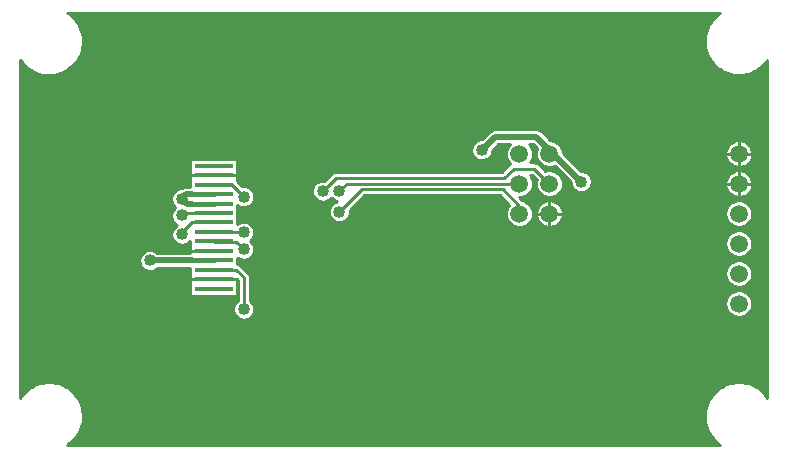
<source format=gbr>
G04 DipTrace 2.3.0.3*
%INTop.gbr*%
%MOIN*%
%ADD13C,0.019*%
%ADD14C,0.0157*%
%ADD15C,0.01*%
%ADD18C,0.0591*%
%ADD24R,0.125X0.0157*%
%ADD34C,0.059*%
%ADD35C,0.04*%
%FSLAX44Y44*%
G04*
G70*
G90*
G75*
G01*
%LNTop*%
%LPD*%
X10707Y12590D2*
D14*
X9987D1*
D13*
X9795D1*
X9645Y12440D1*
X10707Y12275D2*
D14*
X9987D1*
D13*
X9810D1*
X9645Y12440D1*
X20897Y11940D2*
D15*
Y12188D1*
X20332Y12753D1*
X15645D1*
X14895Y12003D1*
X20897Y12940D2*
X15145D1*
X14895Y12690D1*
X10707Y11645D2*
X9975D1*
X9645Y11315D1*
Y11252D1*
X11707Y10753D2*
X11457Y11003D1*
X10719D1*
X10707Y11015D1*
X11707Y11315D2*
X10722D1*
X10707Y11330D1*
X21897Y12940D2*
X21397Y13440D1*
X20707D1*
X20395Y13128D1*
X14770D1*
X14332Y12690D1*
X10707Y11960D2*
X9727D1*
X9645Y11878D1*
X10707Y12905D2*
X11305D1*
X11707Y12503D1*
Y8753D2*
Y9815D1*
X11457Y10065D1*
X10712D1*
X10707Y10070D1*
X21897Y13940D2*
D13*
X21959Y14001D1*
X21457Y14502D1*
X20082D1*
X19645Y14065D1*
X21897Y13940D2*
X22020D1*
X22957Y13003D1*
X10707Y10385D2*
D14*
X9987D1*
D13*
X8590D1*
X8582Y10378D1*
D35*
X9645Y12440D3*
X14895Y12003D3*
Y12690D3*
X9645Y11252D3*
X11707Y10753D3*
Y11315D3*
X14332Y12690D3*
X9645Y11878D3*
X11707Y12503D3*
Y8753D3*
X19645Y14065D3*
X22957Y13003D3*
X7395Y12878D3*
X7957D3*
X8520D3*
X7957Y13440D3*
X7395D3*
X8520D3*
Y14002D3*
X7957D3*
X7395D3*
X19082Y14565D3*
X23582Y17503D3*
X10582Y18190D3*
X5457Y9752D3*
X8895Y9128D3*
X10457Y14252D3*
X6707Y5377D3*
X10895Y4628D3*
X13770Y7565D3*
X13270Y6628D3*
X17645Y6815D3*
X22895Y4690D3*
X23207Y15003D3*
X16832Y13752D3*
X8582Y10378D3*
X15832Y16502D3*
X5967Y18541D2*
D15*
X27448D1*
X6065Y18443D2*
X27350D1*
X6143Y18344D2*
X27272D1*
X6206Y18245D2*
X27209D1*
X6256Y18147D2*
X27159D1*
X6293Y18048D2*
X27122D1*
X6321Y17949D2*
X27094D1*
X6340Y17850D2*
X27075D1*
X6350Y17752D2*
X27065D1*
X6351Y17653D2*
X27064D1*
X6343Y17554D2*
X27072D1*
X6328Y17456D2*
X27087D1*
X6301Y17357D2*
X27114D1*
X6267Y17258D2*
X27148D1*
X6220Y17160D2*
X27195D1*
X6160Y17061D2*
X27255D1*
X4267Y16962D2*
X4328D1*
X6087D2*
X27328D1*
X29087D2*
X29147D1*
X4267Y16864D2*
X4422D1*
X5993D2*
X27422D1*
X28993D2*
X29147D1*
X4267Y16765D2*
X4542D1*
X5873D2*
X27542D1*
X28873D2*
X29147D1*
X4267Y16666D2*
X4711D1*
X5704D2*
X27711D1*
X28704D2*
X29147D1*
X4267Y16568D2*
X5037D1*
X5378D2*
X28037D1*
X28378D2*
X29147D1*
X4267Y16469D2*
X29147D1*
X4267Y16370D2*
X29147D1*
X4267Y16271D2*
X29147D1*
X4267Y16173D2*
X29147D1*
X4267Y16074D2*
X29147D1*
X4267Y15975D2*
X29147D1*
X4267Y15877D2*
X29147D1*
X4267Y15778D2*
X29147D1*
X4267Y15679D2*
X29147D1*
X4267Y15581D2*
X29147D1*
X4267Y15482D2*
X29147D1*
X4267Y15383D2*
X29147D1*
X4267Y15285D2*
X29147D1*
X4267Y15186D2*
X29147D1*
X4267Y15087D2*
X29147D1*
X4267Y14989D2*
X29147D1*
X4267Y14890D2*
X29147D1*
X4267Y14791D2*
X29147D1*
X4267Y14692D2*
X19912D1*
X21628D2*
X29147D1*
X4267Y14594D2*
X19812D1*
X21728D2*
X29147D1*
X4267Y14495D2*
X19714D1*
X21826D2*
X29147D1*
X4267Y14396D2*
X19511D1*
X21926D2*
X29147D1*
X4267Y14298D2*
X19369D1*
X22179D2*
X27926D1*
X28489D2*
X29147D1*
X4267Y14199D2*
X19308D1*
X20142D2*
X20520D1*
X21275D2*
X21398D1*
X22275D2*
X27831D1*
X28584D2*
X29147D1*
X4267Y14100D2*
X19283D1*
X20042D2*
X20469D1*
X21326D2*
X21469D1*
X22326D2*
X27778D1*
X28637D2*
X29147D1*
X4267Y14002D2*
X19287D1*
X20003D2*
X20444D1*
X21353D2*
X21444D1*
X22353D2*
X27753D1*
X28662D2*
X29147D1*
X4267Y13903D2*
X19320D1*
X19970D2*
X20440D1*
X21354D2*
X21440D1*
X22418D2*
X27750D1*
X28665D2*
X29147D1*
X4267Y13804D2*
X19395D1*
X19895D2*
X20459D1*
X21335D2*
X21459D1*
X22518D2*
X27769D1*
X28646D2*
X29147D1*
X4267Y13706D2*
X9919D1*
X11496D2*
X20505D1*
X21290D2*
X21505D1*
X22617D2*
X27814D1*
X28601D2*
X29147D1*
X4267Y13607D2*
X9919D1*
X11496D2*
X20581D1*
X21525D2*
X21587D1*
X22715D2*
X27897D1*
X28518D2*
X29147D1*
X4267Y13508D2*
X9919D1*
X11496D2*
X20478D1*
X21628D2*
X21765D1*
X22031D2*
X22091D1*
X22814D2*
X28073D1*
X28342D2*
X29147D1*
X4267Y13410D2*
X9919D1*
X11496D2*
X20378D1*
X21726D2*
X22189D1*
X22912D2*
X29147D1*
X4267Y13311D2*
X9919D1*
X11496D2*
X14670D1*
X22160D2*
X22287D1*
X23142D2*
X27944D1*
X28471D2*
X29147D1*
X4267Y13212D2*
X9919D1*
X11496D2*
X14556D1*
X21265D2*
X21326D1*
X22265D2*
X22386D1*
X23253D2*
X27840D1*
X28575D2*
X29147D1*
X4267Y13113D2*
X9919D1*
X11496D2*
X14458D1*
X21321D2*
X21426D1*
X22321D2*
X22484D1*
X23304D2*
X27783D1*
X28632D2*
X29147D1*
X4267Y13015D2*
X9919D1*
X11496D2*
X14183D1*
X21350D2*
X21445D1*
X22350D2*
X22583D1*
X23321D2*
X27755D1*
X28660D2*
X29147D1*
X4267Y12916D2*
X9919D1*
X11592D2*
X14050D1*
X21356D2*
X21439D1*
X22356D2*
X22605D1*
X23310D2*
X27748D1*
X28667D2*
X29147D1*
X4267Y12817D2*
X9684D1*
X11879D2*
X13992D1*
X21339D2*
X21456D1*
X22339D2*
X22645D1*
X23270D2*
X27765D1*
X28650D2*
X29147D1*
X4267Y12719D2*
X9417D1*
X11998D2*
X13970D1*
X21298D2*
X21497D1*
X22298D2*
X22736D1*
X23179D2*
X27806D1*
X28609D2*
X29147D1*
X4267Y12620D2*
X9331D1*
X12051D2*
X13975D1*
X21223D2*
X21573D1*
X22223D2*
X27883D1*
X28532D2*
X29147D1*
X4267Y12521D2*
X9290D1*
X12071D2*
X14011D1*
X15712D2*
X20265D1*
X21070D2*
X21725D1*
X22070D2*
X28034D1*
X28381D2*
X29147D1*
X4267Y12423D2*
X9281D1*
X12062D2*
X14090D1*
X14575D2*
X14653D1*
X15614D2*
X20364D1*
X20960D2*
X29147D1*
X4267Y12324D2*
X9301D1*
X12023D2*
X14737D1*
X15515D2*
X20462D1*
X21140D2*
X21655D1*
X22140D2*
X27964D1*
X28451D2*
X29147D1*
X4267Y12225D2*
X9353D1*
X11937D2*
X14611D1*
X15417D2*
X20540D1*
X21254D2*
X21540D1*
X22254D2*
X27850D1*
X28565D2*
X29147D1*
X4267Y12127D2*
X9384D1*
X11496D2*
X14553D1*
X15317D2*
X20480D1*
X21315D2*
X21480D1*
X22315D2*
X27789D1*
X28626D2*
X29147D1*
X4267Y12028D2*
X9314D1*
X11496D2*
X14533D1*
X15257D2*
X20447D1*
X21348D2*
X21447D1*
X22348D2*
X27758D1*
X28657D2*
X29147D1*
X4267Y11929D2*
X9284D1*
X11496D2*
X14539D1*
X15251D2*
X20439D1*
X21356D2*
X21439D1*
X22356D2*
X27748D1*
X28667D2*
X29147D1*
X4267Y11831D2*
X9284D1*
X11496D2*
X14576D1*
X15214D2*
X20451D1*
X21343D2*
X21451D1*
X22343D2*
X27762D1*
X28653D2*
X29147D1*
X4267Y11732D2*
X9312D1*
X11496D2*
X14658D1*
X15132D2*
X20490D1*
X21306D2*
X21490D1*
X22306D2*
X27800D1*
X28615D2*
X29147D1*
X4267Y11633D2*
X9380D1*
X11873D2*
X20559D1*
X21235D2*
X21559D1*
X22235D2*
X27870D1*
X28545D2*
X29147D1*
X4267Y11534D2*
X9422D1*
X11995D2*
X20695D1*
X21100D2*
X21695D1*
X22100D2*
X28005D1*
X28410D2*
X29147D1*
X4267Y11436D2*
X9333D1*
X12050D2*
X29147D1*
X4267Y11337D2*
X9292D1*
X12071D2*
X27987D1*
X28428D2*
X29147D1*
X4267Y11238D2*
X9281D1*
X12064D2*
X27862D1*
X28553D2*
X29147D1*
X4267Y11140D2*
X9300D1*
X12025D2*
X27795D1*
X28620D2*
X29147D1*
X4267Y11041D2*
X9351D1*
X11942D2*
X27759D1*
X28656D2*
X29147D1*
X4267Y10942D2*
X9464D1*
X9826D2*
X9919D1*
X12017D2*
X27748D1*
X28667D2*
X29147D1*
X4267Y10844D2*
X9919D1*
X12059D2*
X27759D1*
X28656D2*
X29147D1*
X4267Y10745D2*
X9919D1*
X12071D2*
X27794D1*
X28621D2*
X29147D1*
X4267Y10646D2*
X8342D1*
X8823D2*
X9919D1*
X12056D2*
X27858D1*
X28557D2*
X29147D1*
X4267Y10548D2*
X8262D1*
X12006D2*
X27980D1*
X28435D2*
X29147D1*
X4267Y10449D2*
X8226D1*
X11900D2*
X29147D1*
X4267Y10350D2*
X8220D1*
X11496D2*
X28014D1*
X28401D2*
X29147D1*
X4267Y10252D2*
X8242D1*
X11550D2*
X27873D1*
X28542D2*
X29147D1*
X4267Y10153D2*
X8300D1*
X11668D2*
X27801D1*
X28614D2*
X29147D1*
X4267Y10054D2*
X8428D1*
X8737D2*
X9919D1*
X11767D2*
X27762D1*
X28653D2*
X29147D1*
X4267Y9955D2*
X9919D1*
X11865D2*
X27748D1*
X28667D2*
X29147D1*
X4267Y9857D2*
X9919D1*
X11917D2*
X27756D1*
X28659D2*
X29147D1*
X4267Y9758D2*
X9919D1*
X11921D2*
X27787D1*
X28628D2*
X29147D1*
X4267Y9659D2*
X9919D1*
X11921D2*
X27847D1*
X28568D2*
X29147D1*
X4267Y9561D2*
X9919D1*
X11921D2*
X27958D1*
X28457D2*
X29147D1*
X4267Y9462D2*
X9919D1*
X11921D2*
X29147D1*
X4267Y9363D2*
X9919D1*
X11921D2*
X28048D1*
X28367D2*
X29147D1*
X4267Y9265D2*
X9919D1*
X11921D2*
X27887D1*
X28528D2*
X29147D1*
X4267Y9166D2*
X11494D1*
X11921D2*
X27809D1*
X28606D2*
X29147D1*
X4267Y9067D2*
X11494D1*
X11921D2*
X27767D1*
X28648D2*
X29147D1*
X4267Y8969D2*
X11417D1*
X11998D2*
X27750D1*
X28665D2*
X29147D1*
X4267Y8870D2*
X11364D1*
X12051D2*
X27755D1*
X28660D2*
X29147D1*
X4267Y8771D2*
X11344D1*
X12071D2*
X27781D1*
X28634D2*
X29147D1*
X4267Y8673D2*
X11353D1*
X12062D2*
X27837D1*
X28578D2*
X29147D1*
X4267Y8574D2*
X11392D1*
X12023D2*
X27937D1*
X28478D2*
X29147D1*
X4267Y8475D2*
X11478D1*
X11937D2*
X29147D1*
X4267Y8376D2*
X29147D1*
X4267Y8278D2*
X29147D1*
X4267Y8179D2*
X29147D1*
X4267Y8080D2*
X29147D1*
X4267Y7982D2*
X29147D1*
X4267Y7883D2*
X29147D1*
X4267Y7784D2*
X29147D1*
X4267Y7686D2*
X29147D1*
X4267Y7587D2*
X29147D1*
X4267Y7488D2*
X29147D1*
X4267Y7390D2*
X29147D1*
X4267Y7291D2*
X29147D1*
X4267Y7192D2*
X29147D1*
X4267Y7094D2*
X29147D1*
X4267Y6995D2*
X29147D1*
X4267Y6896D2*
X29147D1*
X4267Y6797D2*
X29147D1*
X4267Y6699D2*
X29147D1*
X4267Y6600D2*
X29147D1*
X4267Y6501D2*
X29147D1*
X4267Y6403D2*
X29147D1*
X4267Y6304D2*
X4986D1*
X5429D2*
X27986D1*
X28429D2*
X29147D1*
X4267Y6205D2*
X4694D1*
X5721D2*
X27694D1*
X28721D2*
X29147D1*
X4267Y6107D2*
X4530D1*
X5885D2*
X27530D1*
X28885D2*
X29147D1*
X4267Y6008D2*
X4412D1*
X6003D2*
X27412D1*
X29003D2*
X29147D1*
X4267Y5909D2*
X4322D1*
X6093D2*
X27322D1*
X29093D2*
X29147D1*
X6167Y5811D2*
X27248D1*
X6225Y5712D2*
X27190D1*
X6270Y5613D2*
X27145D1*
X6304Y5515D2*
X27111D1*
X6329Y5416D2*
X27086D1*
X6345Y5317D2*
X27070D1*
X6351Y5218D2*
X27064D1*
X6350Y5120D2*
X27065D1*
X6339Y5021D2*
X27076D1*
X6320Y4922D2*
X27095D1*
X6290Y4824D2*
X27125D1*
X6251Y4725D2*
X27164D1*
X6201Y4626D2*
X27214D1*
X6137Y4528D2*
X27278D1*
X6057Y4429D2*
X27358D1*
X5957Y4330D2*
X27458D1*
X28657Y13930D2*
X28650Y13860D1*
X28632Y13793D1*
X28604Y13729D1*
X28566Y13670D1*
X28520Y13617D1*
X28466Y13573D1*
X28406Y13537D1*
X28341Y13511D1*
X28273Y13496D1*
X28203Y13491D1*
X28134Y13497D1*
X28066Y13514D1*
X28001Y13541D1*
X27942Y13578D1*
X27889Y13623D1*
X27844Y13677D1*
X27807Y13736D1*
X27780Y13801D1*
X27764Y13869D1*
X27758Y13939D1*
X27763Y14008D1*
X27779Y14076D1*
X27806Y14141D1*
X27842Y14201D1*
X27887Y14255D1*
X27939Y14301D1*
X27999Y14338D1*
X28063Y14365D1*
X28131Y14383D1*
X28200Y14389D1*
X28270Y14385D1*
X28338Y14370D1*
X28404Y14344D1*
X28464Y14309D1*
X28518Y14265D1*
X28565Y14213D1*
X28603Y14154D1*
X28631Y14090D1*
X28649Y14022D1*
X28657Y13953D1*
Y13930D1*
Y12930D2*
X28650Y12860D1*
X28632Y12793D1*
X28604Y12729D1*
X28566Y12670D1*
X28520Y12617D1*
X28466Y12573D1*
X28406Y12537D1*
X28341Y12511D1*
X28273Y12496D1*
X28203Y12491D1*
X28134Y12497D1*
X28066Y12514D1*
X28001Y12541D1*
X27942Y12578D1*
X27889Y12623D1*
X27844Y12677D1*
X27807Y12736D1*
X27780Y12801D1*
X27764Y12869D1*
X27758Y12939D1*
X27763Y13008D1*
X27779Y13076D1*
X27806Y13141D1*
X27842Y13201D1*
X27887Y13255D1*
X27939Y13301D1*
X27999Y13338D1*
X28063Y13365D1*
X28131Y13383D1*
X28200Y13389D1*
X28270Y13385D1*
X28338Y13370D1*
X28404Y13344D1*
X28464Y13309D1*
X28518Y13265D1*
X28565Y13213D1*
X28603Y13154D1*
X28631Y13090D1*
X28649Y13022D1*
X28657Y12953D1*
Y12930D1*
X28654Y11890D2*
X28646Y11841D1*
X28632Y11793D1*
X28613Y11747D1*
X28589Y11703D1*
X28560Y11662D1*
X28527Y11624D1*
X28490Y11591D1*
X28450Y11562D1*
X28406Y11537D1*
X28360Y11517D1*
X28312Y11503D1*
X28263Y11494D1*
X28213Y11491D1*
X28163Y11493D1*
X28114Y11501D1*
X28066Y11514D1*
X28019Y11532D1*
X27975Y11556D1*
X27934Y11584D1*
X27896Y11616D1*
X27862Y11653D1*
X27832Y11693D1*
X27807Y11736D1*
X27787Y11782D1*
X27772Y11830D1*
X27762Y11879D1*
X27758Y11929D1*
X27760Y11979D1*
X27767Y12028D1*
X27779Y12076D1*
X27797Y12123D1*
X27820Y12168D1*
X27848Y12209D1*
X27880Y12247D1*
X27916Y12282D1*
X27956Y12312D1*
X27999Y12338D1*
X28044Y12359D1*
X28092Y12374D1*
X28141Y12384D1*
X28190Y12389D1*
X28240Y12388D1*
X28290Y12382D1*
X28338Y12370D1*
X28385Y12353D1*
X28430Y12330D1*
X28472Y12303D1*
X28511Y12272D1*
X28546Y12236D1*
X28576Y12196D1*
X28603Y12154D1*
X28624Y12109D1*
X28640Y12061D1*
X28651Y12013D1*
X28657Y11940D1*
X28654Y11890D1*
Y10890D2*
X28646Y10841D1*
X28632Y10793D1*
X28613Y10747D1*
X28589Y10703D1*
X28560Y10662D1*
X28527Y10624D1*
X28490Y10591D1*
X28450Y10562D1*
X28406Y10537D1*
X28360Y10517D1*
X28312Y10503D1*
X28263Y10494D1*
X28213Y10491D1*
X28163Y10493D1*
X28114Y10501D1*
X28066Y10514D1*
X28019Y10532D1*
X27975Y10556D1*
X27934Y10584D1*
X27896Y10616D1*
X27862Y10653D1*
X27832Y10693D1*
X27807Y10736D1*
X27787Y10782D1*
X27772Y10830D1*
X27762Y10879D1*
X27758Y10929D1*
X27760Y10979D1*
X27767Y11028D1*
X27779Y11076D1*
X27797Y11123D1*
X27820Y11168D1*
X27848Y11209D1*
X27880Y11247D1*
X27916Y11282D1*
X27956Y11312D1*
X27999Y11338D1*
X28044Y11359D1*
X28092Y11374D1*
X28141Y11384D1*
X28190Y11389D1*
X28240Y11388D1*
X28290Y11382D1*
X28338Y11370D1*
X28385Y11353D1*
X28430Y11330D1*
X28472Y11303D1*
X28511Y11272D1*
X28546Y11236D1*
X28576Y11196D1*
X28603Y11154D1*
X28624Y11109D1*
X28640Y11061D1*
X28651Y11013D1*
X28657Y10940D1*
X28654Y10890D1*
Y9890D2*
X28646Y9841D1*
X28632Y9793D1*
X28613Y9747D1*
X28589Y9703D1*
X28560Y9662D1*
X28527Y9624D1*
X28490Y9591D1*
X28450Y9562D1*
X28406Y9537D1*
X28360Y9517D1*
X28312Y9503D1*
X28263Y9494D1*
X28213Y9491D1*
X28163Y9493D1*
X28114Y9501D1*
X28066Y9514D1*
X28019Y9532D1*
X27975Y9556D1*
X27934Y9584D1*
X27896Y9616D1*
X27862Y9653D1*
X27832Y9693D1*
X27807Y9736D1*
X27787Y9782D1*
X27772Y9830D1*
X27762Y9879D1*
X27758Y9929D1*
X27760Y9979D1*
X27767Y10028D1*
X27779Y10076D1*
X27797Y10123D1*
X27820Y10168D1*
X27848Y10209D1*
X27880Y10247D1*
X27916Y10282D1*
X27956Y10312D1*
X27999Y10338D1*
X28044Y10359D1*
X28092Y10374D1*
X28141Y10384D1*
X28190Y10389D1*
X28240Y10388D1*
X28290Y10382D1*
X28338Y10370D1*
X28385Y10353D1*
X28430Y10330D1*
X28472Y10303D1*
X28511Y10272D1*
X28546Y10236D1*
X28576Y10196D1*
X28603Y10154D1*
X28624Y10109D1*
X28640Y10061D1*
X28651Y10013D1*
X28657Y9940D1*
X28654Y9890D1*
Y8890D2*
X28646Y8841D1*
X28632Y8793D1*
X28613Y8747D1*
X28589Y8703D1*
X28560Y8662D1*
X28527Y8624D1*
X28490Y8591D1*
X28450Y8562D1*
X28406Y8537D1*
X28360Y8517D1*
X28312Y8503D1*
X28263Y8494D1*
X28213Y8491D1*
X28163Y8493D1*
X28114Y8501D1*
X28066Y8514D1*
X28019Y8532D1*
X27975Y8556D1*
X27934Y8584D1*
X27896Y8616D1*
X27862Y8653D1*
X27832Y8693D1*
X27807Y8736D1*
X27787Y8782D1*
X27772Y8830D1*
X27762Y8879D1*
X27758Y8929D1*
X27760Y8979D1*
X27767Y9028D1*
X27779Y9076D1*
X27797Y9123D1*
X27820Y9168D1*
X27848Y9209D1*
X27880Y9247D1*
X27916Y9282D1*
X27956Y9312D1*
X27999Y9338D1*
X28044Y9359D1*
X28092Y9374D1*
X28141Y9384D1*
X28190Y9389D1*
X28240Y9388D1*
X28290Y9382D1*
X28338Y9370D1*
X28385Y9353D1*
X28430Y9330D1*
X28472Y9303D1*
X28511Y9272D1*
X28546Y9236D1*
X28576Y9196D1*
X28603Y9154D1*
X28624Y9109D1*
X28640Y9061D1*
X28651Y9013D1*
X28657Y8940D1*
X28654Y8890D1*
X11486Y9673D2*
Y9207D1*
X9928D1*
X9930Y9673D1*
X9928Y9692D1*
Y10136D1*
X8842D1*
X8777Y10082D1*
X8734Y10057D1*
X8687Y10039D1*
X8638Y10028D1*
X8589Y10024D1*
X8539Y10026D1*
X8490Y10036D1*
X8442Y10052D1*
X8398Y10075D1*
X8357Y10104D1*
X8321Y10139D1*
X8290Y10178D1*
X8265Y10221D1*
X8246Y10267D1*
X8234Y10316D1*
X8229Y10365D1*
X8231Y10415D1*
X8239Y10464D1*
X8255Y10512D1*
X8277Y10557D1*
X8305Y10598D1*
X8339Y10635D1*
X8378Y10666D1*
X8421Y10692D1*
X8466Y10712D1*
X8515Y10725D1*
X8564Y10731D1*
X8614Y10730D1*
X8664Y10722D1*
X8711Y10707D1*
X8756Y10686D1*
X8798Y10658D1*
X8825Y10634D1*
X9929D1*
X9928Y10857D1*
Y11040D1*
X9879Y10987D1*
X9840Y10957D1*
X9796Y10932D1*
X9749Y10914D1*
X9701Y10903D1*
X9651Y10899D1*
X9601Y10901D1*
X9552Y10911D1*
X9505Y10927D1*
X9461Y10950D1*
X9420Y10979D1*
X9384Y11014D1*
X9353Y11053D1*
X9327Y11096D1*
X9309Y11142D1*
X9296Y11191D1*
X9291Y11240D1*
X9293Y11290D1*
X9302Y11339D1*
X9318Y11387D1*
X9340Y11432D1*
X9368Y11473D1*
X9402Y11510D1*
X9440Y11541D1*
X9479Y11565D1*
X9420Y11604D1*
X9384Y11639D1*
X9353Y11678D1*
X9327Y11721D1*
X9309Y11767D1*
X9296Y11816D1*
X9291Y11865D1*
X9293Y11915D1*
X9302Y11964D1*
X9317Y12012D1*
X9340Y12057D1*
X9368Y12098D1*
X9402Y12135D1*
X9429Y12157D1*
X9384Y12201D1*
X9353Y12240D1*
X9327Y12283D1*
X9309Y12330D1*
X9296Y12378D1*
X9291Y12428D1*
X9293Y12478D1*
X9302Y12527D1*
X9317Y12574D1*
X9340Y12619D1*
X9368Y12660D1*
X9402Y12697D1*
X9440Y12729D1*
X9483Y12755D1*
X9529Y12774D1*
X9577Y12787D1*
X9650Y12793D1*
X9701Y12820D1*
X9749Y12834D1*
X9795Y12839D1*
X9927D1*
X9928Y13137D1*
Y13767D1*
X11486D1*
X11485Y13302D1*
X11486Y13282D1*
Y13011D1*
X11647Y12851D1*
X11689Y12856D1*
X11739Y12855D1*
X11789Y12847D1*
X11836Y12832D1*
X11881Y12811D1*
X11923Y12783D1*
X11960Y12750D1*
X11993Y12712D1*
X12019Y12670D1*
X12040Y12624D1*
X12054Y12576D1*
X12061Y12503D1*
X12058Y12453D1*
X12047Y12404D1*
X12030Y12357D1*
X12006Y12313D1*
X11977Y12273D1*
X11942Y12237D1*
X11902Y12207D1*
X11859Y12182D1*
X11812Y12164D1*
X11763Y12153D1*
X11714Y12149D1*
X11664Y12151D1*
X11615Y12161D1*
X11567Y12177D1*
X11523Y12200D1*
X11486Y12227D1*
X11485Y12042D1*
X11486Y11942D1*
X11485Y11727D1*
X11486Y11627D1*
Y11592D1*
X11546Y11630D1*
X11591Y11649D1*
X11640Y11662D1*
X11689Y11669D1*
X11739Y11668D1*
X11789Y11660D1*
X11836Y11645D1*
X11881Y11623D1*
X11923Y11596D1*
X11960Y11563D1*
X11993Y11525D1*
X12019Y11482D1*
X12040Y11437D1*
X12054Y11389D1*
X12061Y11315D1*
X12058Y11265D1*
X12047Y11216D1*
X12030Y11169D1*
X12006Y11125D1*
X11977Y11085D1*
X11921Y11034D1*
X11960Y11000D1*
X11993Y10962D1*
X12019Y10920D1*
X12040Y10874D1*
X12054Y10826D1*
X12061Y10753D1*
X12058Y10703D1*
X12047Y10654D1*
X12030Y10607D1*
X12006Y10563D1*
X11977Y10523D1*
X11942Y10487D1*
X11902Y10457D1*
X11859Y10432D1*
X11812Y10414D1*
X11763Y10403D1*
X11714Y10399D1*
X11664Y10401D1*
X11615Y10411D1*
X11567Y10427D1*
X11523Y10450D1*
X11486Y10477D1*
Y10266D1*
X11507Y10263D1*
X11554Y10245D1*
X11602Y10209D1*
X11852Y9959D1*
X11882Y9920D1*
X11903Y9874D1*
X11911Y9815D1*
Y9042D1*
X11960Y9000D1*
X11993Y8962D1*
X12019Y8920D1*
X12040Y8874D1*
X12054Y8826D1*
X12061Y8753D1*
X12058Y8703D1*
X12047Y8654D1*
X12030Y8607D1*
X12006Y8563D1*
X11977Y8523D1*
X11942Y8487D1*
X11902Y8457D1*
X11859Y8432D1*
X11812Y8414D1*
X11763Y8403D1*
X11714Y8399D1*
X11664Y8401D1*
X11615Y8411D1*
X11567Y8427D1*
X11523Y8450D1*
X11482Y8479D1*
X11446Y8514D1*
X11415Y8553D1*
X11390Y8596D1*
X11371Y8642D1*
X11359Y8691D1*
X11354Y8740D1*
X11356Y8790D1*
X11364Y8839D1*
X11380Y8887D1*
X11402Y8932D1*
X11430Y8973D1*
X11464Y9010D1*
X11504Y9042D1*
X11503Y9732D1*
X11486Y9748D1*
Y9522D1*
X21344Y11890D2*
X21335Y11841D1*
X21322Y11793D1*
X21303Y11747D1*
X21279Y11703D1*
X21250Y11662D1*
X21217Y11624D1*
X21180Y11591D1*
X21139Y11562D1*
X21096Y11537D1*
X21050Y11518D1*
X21002Y11503D1*
X20953Y11494D1*
X20903Y11491D1*
X20853Y11493D1*
X20803Y11501D1*
X20755Y11514D1*
X20709Y11533D1*
X20665Y11556D1*
X20623Y11584D1*
X20586Y11617D1*
X20552Y11654D1*
X20522Y11694D1*
X20497Y11737D1*
X20477Y11783D1*
X20462Y11831D1*
X20453Y11880D1*
X20449Y11929D1*
X20450Y11979D1*
X20457Y12029D1*
X20470Y12077D1*
X20488Y12124D1*
X20511Y12168D1*
X20560Y12235D1*
X20364Y12432D1*
X20248Y12548D1*
X15728Y12549D1*
X15542Y12361D1*
X15245Y12064D1*
X15249Y12003D1*
X15245Y11953D1*
X15235Y11904D1*
X15218Y11857D1*
X15194Y11813D1*
X15164Y11773D1*
X15129Y11737D1*
X15090Y11707D1*
X15046Y11682D1*
X14999Y11664D1*
X14951Y11653D1*
X14901Y11649D1*
X14851Y11651D1*
X14802Y11661D1*
X14755Y11677D1*
X14711Y11700D1*
X14670Y11729D1*
X14634Y11764D1*
X14603Y11803D1*
X14577Y11846D1*
X14559Y11892D1*
X14546Y11941D1*
X14541Y11990D1*
X14543Y12040D1*
X14552Y12089D1*
X14568Y12137D1*
X14590Y12182D1*
X14618Y12223D1*
X14652Y12260D1*
X14690Y12291D1*
X14733Y12317D1*
X14779Y12337D1*
X14814Y12346D1*
X14755Y12365D1*
X14711Y12388D1*
X14670Y12417D1*
X14634Y12451D1*
X14613Y12477D1*
X14567Y12425D1*
X14527Y12394D1*
X14484Y12370D1*
X14437Y12352D1*
X14388Y12340D1*
X14339Y12336D1*
X14289Y12339D1*
X14240Y12348D1*
X14192Y12365D1*
X14148Y12388D1*
X14107Y12417D1*
X14071Y12451D1*
X14040Y12490D1*
X14015Y12533D1*
X13996Y12580D1*
X13984Y12628D1*
X13979Y12678D1*
X13981Y12728D1*
X13989Y12777D1*
X14005Y12824D1*
X14027Y12869D1*
X14055Y12910D1*
X14089Y12947D1*
X14128Y12979D1*
X14171Y13005D1*
X14216Y13024D1*
X14265Y13037D1*
X14314Y13044D1*
X14364Y13043D1*
X14394Y13038D1*
X14577Y13223D1*
X14626Y13272D1*
X14665Y13302D1*
X14711Y13323D1*
X14770Y13331D1*
X20312D1*
X20498Y13519D1*
X20579Y13598D1*
X20586Y13617D1*
X20552Y13654D1*
X20522Y13694D1*
X20497Y13737D1*
X20477Y13783D1*
X20462Y13831D1*
X20453Y13880D1*
X20449Y13929D1*
X20450Y13979D1*
X20457Y14029D1*
X20470Y14077D1*
X20488Y14124D1*
X20511Y14168D1*
X20539Y14210D1*
X20576Y14253D1*
X20184D1*
X19999Y14067D1*
X19995Y14015D1*
X19985Y13966D1*
X19968Y13919D1*
X19944Y13875D1*
X19914Y13835D1*
X19879Y13800D1*
X19840Y13769D1*
X19796Y13745D1*
X19749Y13727D1*
X19701Y13715D1*
X19651Y13711D1*
X19601Y13714D1*
X19552Y13723D1*
X19505Y13740D1*
X19461Y13763D1*
X19420Y13792D1*
X19384Y13826D1*
X19353Y13865D1*
X19327Y13908D1*
X19309Y13955D1*
X19296Y14003D1*
X19291Y14053D1*
X19293Y14103D1*
X19302Y14152D1*
X19318Y14199D1*
X19340Y14244D1*
X19368Y14285D1*
X19402Y14322D1*
X19440Y14354D1*
X19483Y14380D1*
X19529Y14399D1*
X19577Y14412D1*
X19647Y14418D1*
X19906Y14679D1*
X19945Y14710D1*
X19989Y14733D1*
X20037Y14747D1*
X20082Y14751D1*
X21457D1*
X21507Y14746D1*
X21555Y14732D1*
X21599Y14708D1*
X21634Y14679D1*
X21924Y14388D1*
X21981Y14381D1*
X22030Y14369D1*
X22077Y14352D1*
X22121Y14329D1*
X22163Y14302D1*
X22202Y14270D1*
X22236Y14234D1*
X22267Y14195D1*
X22293Y14152D1*
X22314Y14107D1*
X22330Y14060D1*
X22341Y14011D1*
X22346Y13966D1*
X22955Y13357D1*
X23039Y13347D1*
X23086Y13332D1*
X23131Y13311D1*
X23173Y13283D1*
X23210Y13250D1*
X23243Y13212D1*
X23269Y13170D1*
X23290Y13124D1*
X23304Y13076D1*
X23311Y13003D1*
X23308Y12953D1*
X23297Y12904D1*
X23280Y12857D1*
X23256Y12813D1*
X23227Y12773D1*
X23192Y12737D1*
X23152Y12707D1*
X23109Y12682D1*
X23062Y12664D1*
X23013Y12653D1*
X22964Y12649D1*
X22914Y12651D1*
X22865Y12661D1*
X22817Y12677D1*
X22773Y12700D1*
X22732Y12729D1*
X22696Y12764D1*
X22665Y12803D1*
X22640Y12846D1*
X22621Y12892D1*
X22609Y12941D1*
X22604Y13004D1*
X22078Y13530D1*
X22050Y13518D1*
X22002Y13503D1*
X21953Y13494D1*
X21903Y13491D1*
X21853Y13493D1*
X21803Y13501D1*
X21755Y13514D1*
X21709Y13533D1*
X21665Y13556D1*
X21623Y13584D1*
X21586Y13617D1*
X21552Y13654D1*
X21522Y13694D1*
X21497Y13737D1*
X21477Y13783D1*
X21462Y13831D1*
X21453Y13880D1*
X21449Y13929D1*
X21450Y13979D1*
X21457Y14029D1*
X21470Y14077D1*
X21487Y14122D1*
X21355Y14253D1*
X21218D1*
X21267Y14195D1*
X21293Y14152D1*
X21314Y14107D1*
X21330Y14060D1*
X21341Y14011D1*
X21346Y13940D1*
X21344Y13890D1*
X21335Y13841D1*
X21322Y13793D1*
X21303Y13747D1*
X21279Y13703D1*
X21234Y13644D1*
X21397D1*
X21447Y13638D1*
X21494Y13620D1*
X21542Y13584D1*
X21759Y13367D1*
X21832Y13384D1*
X21882Y13389D1*
X21932Y13388D1*
X21981Y13381D1*
X22030Y13369D1*
X22077Y13352D1*
X22121Y13329D1*
X22163Y13302D1*
X22202Y13270D1*
X22236Y13234D1*
X22267Y13195D1*
X22293Y13152D1*
X22314Y13107D1*
X22330Y13060D1*
X22341Y13011D1*
X22346Y12940D1*
X22344Y12890D1*
X22335Y12841D1*
X22322Y12793D1*
X22303Y12747D1*
X22279Y12703D1*
X22250Y12662D1*
X22217Y12624D1*
X22180Y12591D1*
X22139Y12562D1*
X22096Y12537D1*
X22050Y12518D1*
X22002Y12503D1*
X21953Y12494D1*
X21903Y12491D1*
X21853Y12493D1*
X21803Y12501D1*
X21755Y12514D1*
X21709Y12533D1*
X21665Y12556D1*
X21623Y12584D1*
X21586Y12617D1*
X21552Y12654D1*
X21522Y12694D1*
X21497Y12737D1*
X21477Y12783D1*
X21462Y12831D1*
X21453Y12880D1*
X21449Y12929D1*
X21450Y12979D1*
X21457Y13029D1*
X21470Y13079D1*
X21312Y13237D1*
X21236Y13234D1*
X21267Y13195D1*
X21293Y13152D1*
X21314Y13107D1*
X21330Y13060D1*
X21341Y13011D1*
X21346Y12940D1*
X21344Y12890D1*
X21335Y12841D1*
X21322Y12793D1*
X21303Y12747D1*
X21279Y12703D1*
X21250Y12662D1*
X21217Y12624D1*
X21180Y12591D1*
X21139Y12562D1*
X21096Y12537D1*
X21050Y12518D1*
X21002Y12503D1*
X20953Y12494D1*
X20882Y12492D1*
X20995Y12379D1*
X21077Y12352D1*
X21121Y12329D1*
X21163Y12302D1*
X21202Y12270D1*
X21236Y12234D1*
X21267Y12195D1*
X21293Y12152D1*
X21314Y12107D1*
X21330Y12060D1*
X21341Y12011D1*
X21346Y11940D1*
X21344Y11890D1*
X22346Y11930D2*
X22339Y11860D1*
X22322Y11793D1*
X22294Y11729D1*
X22256Y11670D1*
X22210Y11617D1*
X22156Y11573D1*
X22096Y11537D1*
X22031Y11511D1*
X21963Y11496D1*
X21893Y11491D1*
X21823Y11497D1*
X21755Y11514D1*
X21691Y11541D1*
X21631Y11578D1*
X21579Y11624D1*
X21533Y11677D1*
X21497Y11737D1*
X21470Y11802D1*
X21454Y11870D1*
X21448Y11939D1*
X21454Y12009D1*
X21470Y12077D1*
X21496Y12142D1*
X21533Y12202D1*
X21578Y12255D1*
X21631Y12301D1*
X21690Y12338D1*
X21754Y12366D1*
X21822Y12383D1*
X21892Y12389D1*
X21961Y12384D1*
X22030Y12369D1*
X22095Y12343D1*
X22155Y12308D1*
X22209Y12263D1*
X22255Y12211D1*
X22293Y12152D1*
X22321Y12088D1*
X22339Y12021D1*
X22346Y11951D1*
Y11930D1*
X6340Y5140D2*
X6332Y5040D1*
X6314Y4942D1*
X6288Y4846D1*
X6253Y4752D1*
X6211Y4661D1*
X6160Y4575D1*
X6102Y4493D1*
X6038Y4417D1*
X5966Y4347D1*
X5889Y4284D1*
X5826Y4240D1*
X27587D1*
X27496Y4307D1*
X27421Y4373D1*
X27352Y4445D1*
X27290Y4523D1*
X27235Y4607D1*
X27187Y4695D1*
X27148Y4787D1*
X27116Y4881D1*
X27093Y4979D1*
X27079Y5078D1*
X27074Y5177D1*
X27077Y5277D1*
X27089Y5377D1*
X27110Y5474D1*
X27139Y5570D1*
X27177Y5663D1*
X27222Y5752D1*
X27276Y5836D1*
X27336Y5916D1*
X27403Y5990D1*
X27477Y6057D1*
X27556Y6118D1*
X27640Y6172D1*
X27729Y6218D1*
X27822Y6256D1*
X27917Y6286D1*
X28015Y6307D1*
X28114Y6320D1*
X28214Y6324D1*
X28314Y6319D1*
X28413Y6305D1*
X28510Y6283D1*
X28605Y6252D1*
X28697Y6213D1*
X28785Y6166D1*
X28869Y6111D1*
X28947Y6049D1*
X29020Y5981D1*
X29087Y5906D1*
X29157Y5809D1*
Y17070D1*
X29102Y16993D1*
X29038Y16917D1*
X28966Y16847D1*
X28889Y16784D1*
X28807Y16727D1*
X28720Y16678D1*
X28628Y16637D1*
X28534Y16604D1*
X28437Y16580D1*
X28338Y16564D1*
X28239Y16556D1*
X28139Y16558D1*
X28039Y16569D1*
X27941Y16588D1*
X27845Y16615D1*
X27752Y16652D1*
X27662Y16696D1*
X27577Y16748D1*
X27496Y16807D1*
X27421Y16873D1*
X27352Y16945D1*
X27290Y17023D1*
X27235Y17107D1*
X27187Y17195D1*
X27148Y17287D1*
X27116Y17381D1*
X27093Y17479D1*
X27079Y17578D1*
X27074Y17677D1*
X27077Y17777D1*
X27089Y17877D1*
X27110Y17974D1*
X27139Y18070D1*
X27177Y18163D1*
X27222Y18252D1*
X27276Y18336D1*
X27336Y18416D1*
X27403Y18490D1*
X27477Y18557D1*
X27556Y18618D1*
X27589Y18640D1*
X5828Y18639D1*
X5909Y18581D1*
X5985Y18516D1*
X6054Y18444D1*
X6117Y18367D1*
X6174Y18284D1*
X6222Y18197D1*
X6263Y18105D1*
X6295Y18011D1*
X6319Y17914D1*
X6335Y17815D1*
X6341Y17690D1*
X6337Y17590D1*
X6324Y17491D1*
X6302Y17393D1*
X6272Y17298D1*
X6233Y17206D1*
X6186Y17118D1*
X6132Y17034D1*
X6071Y16955D1*
X6003Y16882D1*
X5928Y16815D1*
X5849Y16755D1*
X5764Y16702D1*
X5674Y16657D1*
X5582Y16620D1*
X5486Y16591D1*
X5388Y16570D1*
X5289Y16559D1*
X5189Y16556D1*
X5089Y16562D1*
X4990Y16577D1*
X4893Y16601D1*
X4798Y16632D1*
X4707Y16673D1*
X4619Y16721D1*
X4536Y16776D1*
X4458Y16839D1*
X4386Y16908D1*
X4320Y16984D1*
X4257Y17071D1*
Y5810D1*
X4336Y5916D1*
X4403Y5990D1*
X4477Y6057D1*
X4556Y6118D1*
X4640Y6172D1*
X4729Y6218D1*
X4822Y6256D1*
X4917Y6286D1*
X5015Y6307D1*
X5114Y6320D1*
X5214Y6324D1*
X5314Y6319D1*
X5413Y6305D1*
X5510Y6283D1*
X5605Y6252D1*
X5697Y6213D1*
X5785Y6166D1*
X5869Y6111D1*
X5947Y6049D1*
X6020Y5981D1*
X6087Y5906D1*
X6146Y5826D1*
X6199Y5741D1*
X6243Y5651D1*
X6280Y5558D1*
X6308Y5462D1*
X6328Y5364D1*
X6339Y5265D1*
X6340Y5140D1*
X28207Y14389D2*
Y13491D1*
X27758Y13940D2*
X28657D1*
X28207Y13389D2*
Y12491D1*
X27758Y12940D2*
X28657D1*
X9928Y9755D2*
X11486D1*
X9928Y10700D2*
X10707D1*
X9928Y13220D2*
X11486D1*
X21897Y12389D2*
Y11491D1*
X21449Y11940D2*
X22346D1*
D18*
X28207Y13940D3*
Y12940D3*
Y11940D3*
Y10940D3*
Y9940D3*
Y8940D3*
D24*
X10707Y9440D3*
Y9755D3*
Y10070D3*
Y10385D3*
Y10700D3*
Y11015D3*
Y11330D3*
Y11645D3*
Y11960D3*
Y12275D3*
Y12590D3*
Y12905D3*
Y13220D3*
Y13534D3*
D34*
X20897Y11940D3*
Y12940D3*
Y13940D3*
X21897D3*
Y12940D3*
Y11940D3*
M02*

</source>
